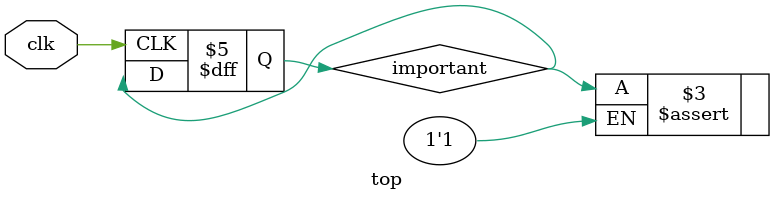
<source format=sv>
module top(input clk);

  reg important;
  reg not_important;

  initial important = 1;
  always @(posedge clk)
    important = important;

  assert property (important == 1);

endmodule

</source>
